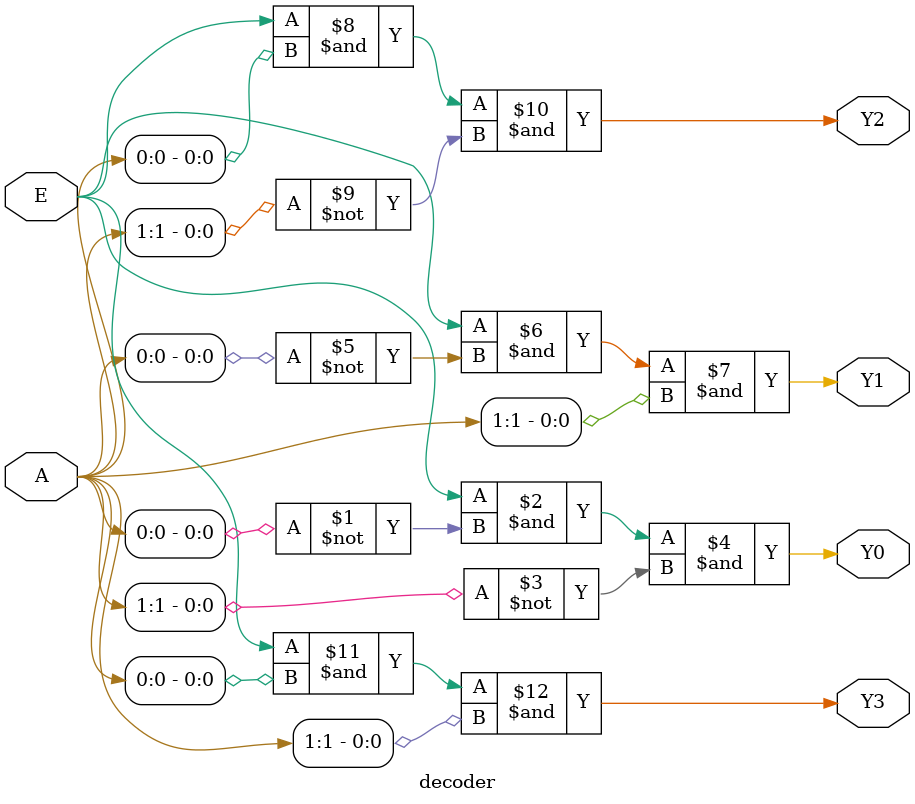
<source format=v>
module decoder(A ,E,Y0,Y1,Y2,Y3);
    input[1:0]A;
    input E;
    output Y0,Y1,Y2,Y3;
    assign Y0 = (E) & (~A[0]) &(~A[1]);
    assign Y1 = (E) & (~A[0]) &(A[1]);
    assign Y2 = (E) & (A[0]) &(~A[1]);
    assign Y3 = (E) & (A[0]) &(A[1]);

endmodule
</source>
